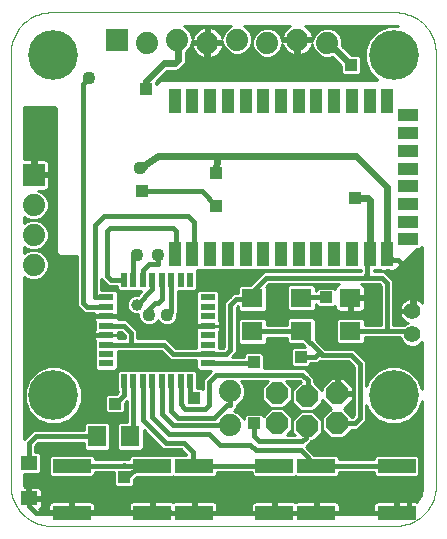
<source format=gtl>
G75*
G70*
%OFA0B0*%
%FSLAX24Y24*%
%IPPOS*%
%LPD*%
%AMOC8*
5,1,8,0,0,1.08239X$1,22.5*
%
%ADD10C,0.0010*%
%ADD11R,0.0394X0.0787*%
%ADD12R,0.0709X0.0394*%
%ADD13R,0.0630X0.0709*%
%ADD14R,0.0551X0.0472*%
%ADD15R,0.0500X0.0220*%
%ADD16R,0.0220X0.0500*%
%ADD17R,0.0740X0.0740*%
%ADD18C,0.0740*%
%ADD19R,0.0709X0.0630*%
%ADD20R,0.1260X0.0472*%
%ADD21C,0.0560*%
%ADD22OC8,0.0740*%
%ADD23C,0.0160*%
%ADD24C,0.0240*%
%ADD25R,0.0396X0.0396*%
%ADD26C,0.0436*%
%ADD27C,0.0100*%
%ADD28C,0.0396*%
%ADD29C,0.1660*%
D10*
X002398Y002257D02*
X002398Y016647D01*
X002398Y016637D02*
X002397Y016710D01*
X002400Y016782D01*
X002406Y016854D01*
X002416Y016926D01*
X002430Y016997D01*
X002448Y017067D01*
X002470Y017136D01*
X002495Y017204D01*
X002524Y017270D01*
X002556Y017335D01*
X002592Y017398D01*
X002632Y017459D01*
X002674Y017517D01*
X002719Y017574D01*
X002768Y017628D01*
X002819Y017679D01*
X002873Y017727D01*
X002930Y017772D01*
X002988Y017815D01*
X003049Y017854D01*
X003112Y017889D01*
X003177Y017922D01*
X003244Y017950D01*
X003312Y017975D01*
X003381Y017997D01*
X003451Y018015D01*
X003522Y018028D01*
X003594Y018038D01*
X003666Y018045D01*
X003738Y018047D01*
X015158Y018047D01*
X015152Y018046D02*
X015225Y018047D01*
X015297Y018044D01*
X015369Y018038D01*
X015441Y018028D01*
X015512Y018014D01*
X015582Y017996D01*
X015651Y017974D01*
X015719Y017949D01*
X015785Y017920D01*
X015850Y017888D01*
X015913Y017852D01*
X015974Y017812D01*
X016032Y017770D01*
X016089Y017725D01*
X016143Y017676D01*
X016194Y017625D01*
X016242Y017571D01*
X016287Y017514D01*
X016330Y017456D01*
X016369Y017395D01*
X016404Y017332D01*
X016437Y017267D01*
X016465Y017200D01*
X016490Y017132D01*
X016512Y017063D01*
X016530Y016993D01*
X016543Y016922D01*
X016553Y016850D01*
X016560Y016778D01*
X016562Y016706D01*
X016568Y016697D02*
X016568Y002337D01*
X016569Y002264D01*
X016566Y002192D01*
X016560Y002120D01*
X016550Y002048D01*
X016536Y001977D01*
X016518Y001907D01*
X016496Y001838D01*
X016471Y001770D01*
X016442Y001704D01*
X016410Y001639D01*
X016374Y001576D01*
X016334Y001515D01*
X016292Y001457D01*
X016247Y001400D01*
X016198Y001346D01*
X016147Y001295D01*
X016093Y001247D01*
X016036Y001202D01*
X015978Y001159D01*
X015917Y001120D01*
X015854Y001085D01*
X015789Y001052D01*
X015722Y001024D01*
X015654Y000999D01*
X015585Y000977D01*
X015515Y000959D01*
X015444Y000946D01*
X015372Y000936D01*
X015300Y000929D01*
X015228Y000927D01*
X003808Y000927D01*
X003808Y000928D02*
X003735Y000926D01*
X003663Y000928D01*
X003592Y000934D01*
X003520Y000944D01*
X003449Y000958D01*
X003379Y000976D01*
X003310Y000997D01*
X003243Y001022D01*
X003176Y001050D01*
X003112Y001083D01*
X003049Y001118D01*
X002988Y001157D01*
X002930Y001199D01*
X002873Y001244D01*
X002819Y001292D01*
X002768Y001343D01*
X002720Y001397D01*
X002675Y001453D01*
X002632Y001511D01*
X002593Y001572D01*
X002557Y001634D01*
X002525Y001699D01*
X002496Y001765D01*
X002471Y001832D01*
X002449Y001901D01*
X002431Y001971D01*
X002417Y002042D01*
X002407Y002113D01*
X002401Y002185D01*
X002398Y002257D01*
D11*
X007859Y009985D03*
X008449Y009985D03*
X009040Y009985D03*
X009630Y009985D03*
X010221Y009985D03*
X010811Y009985D03*
X011402Y009985D03*
X011992Y009985D03*
X012583Y009985D03*
X013174Y009985D03*
X013764Y009985D03*
X014355Y009985D03*
X014945Y009985D03*
X014945Y015103D03*
X014355Y015103D03*
X013764Y015103D03*
X013174Y015103D03*
X012583Y015103D03*
X011992Y015103D03*
X011402Y015103D03*
X010811Y015103D03*
X010221Y015103D03*
X009630Y015103D03*
X009040Y015103D03*
X008449Y015103D03*
X007859Y015103D03*
D12*
X015634Y014611D03*
X015634Y014021D03*
X015634Y013430D03*
X015634Y012839D03*
X015634Y012249D03*
X015634Y011658D03*
X015634Y011068D03*
X015634Y010477D03*
D13*
X006376Y003919D03*
X005274Y003919D03*
D14*
X002995Y003029D03*
X002995Y001848D03*
D15*
X005582Y006343D03*
X005582Y006658D03*
X005582Y006973D03*
X005582Y007288D03*
X005582Y007603D03*
X005582Y007918D03*
X005582Y008233D03*
X005582Y008548D03*
X008962Y008548D03*
X008962Y008233D03*
X008962Y007918D03*
X008962Y007603D03*
X008962Y007288D03*
X008962Y006973D03*
X008962Y006658D03*
X008962Y006343D03*
D16*
X008374Y005756D03*
X008059Y005756D03*
X007744Y005756D03*
X007429Y005756D03*
X007115Y005756D03*
X006800Y005756D03*
X006485Y005756D03*
X006170Y005756D03*
X006170Y009136D03*
X006485Y009136D03*
X006800Y009136D03*
X007115Y009136D03*
X007429Y009136D03*
X007744Y009136D03*
X008059Y009136D03*
X008374Y009136D03*
D17*
X003158Y012627D03*
X005952Y017137D03*
D18*
X006952Y017037D03*
X007952Y017137D03*
X008952Y017037D03*
X009952Y017137D03*
X010952Y017037D03*
X011952Y017137D03*
X012952Y017037D03*
X003158Y011627D03*
X003158Y010627D03*
X003158Y009627D03*
X009718Y005417D03*
X009718Y004277D03*
D19*
X010453Y007414D03*
X010453Y008516D03*
X012078Y008538D03*
X012078Y007436D03*
X013707Y007430D03*
X013707Y008532D03*
D20*
X012578Y002933D03*
X011181Y002932D03*
X011181Y001357D03*
X012578Y001358D03*
X015255Y001358D03*
X015255Y002933D03*
X008504Y002932D03*
X007107Y002934D03*
X007107Y001360D03*
X008504Y001357D03*
X004429Y001360D03*
X004429Y002934D03*
D21*
X015778Y007313D03*
X015778Y008101D03*
D22*
X013278Y005347D03*
X013278Y004347D03*
X012278Y004247D03*
X011278Y004347D03*
X011278Y005347D03*
X012278Y005247D03*
D23*
X012298Y005267D01*
X012298Y005787D01*
X012118Y005967D01*
X009238Y005967D01*
X008998Y005727D01*
X008998Y004947D01*
X008878Y004827D01*
X008218Y004827D01*
X008059Y004986D01*
X008059Y005756D01*
X007744Y005756D02*
X007744Y004761D01*
X007978Y004527D01*
X009178Y004527D01*
X009418Y004767D01*
X009598Y004947D01*
X009718Y004947D01*
X009718Y005417D01*
X010394Y006343D02*
X008962Y006343D01*
X008962Y006658D02*
X009569Y006658D01*
X009718Y006807D01*
X009718Y008307D01*
X009898Y008487D01*
X010423Y008487D01*
X010453Y008516D01*
X010453Y008742D01*
X010918Y009207D01*
X014158Y009207D01*
X014758Y009207D01*
X014938Y009027D01*
X014938Y007490D01*
X014878Y007430D01*
X015661Y007430D01*
X015778Y007313D01*
X015833Y008045D02*
X015778Y008101D01*
X015827Y008150D01*
X015827Y009278D01*
X015298Y009807D01*
X015123Y009807D01*
X014945Y009985D01*
X014355Y009985D02*
X014278Y009908D01*
X014278Y009327D01*
X014158Y009207D01*
X014443Y008532D02*
X014518Y008547D01*
X014443Y008532D02*
X013707Y008532D01*
X012898Y008547D02*
X012087Y008547D01*
X012078Y008538D01*
X012078Y007436D02*
X012078Y007327D01*
X012688Y006717D01*
X012538Y006567D01*
X012058Y006567D01*
X012688Y006717D02*
X012778Y006627D01*
X013738Y006627D01*
X014038Y006327D01*
X014038Y004527D01*
X013858Y004347D01*
X013278Y004347D01*
X012278Y004247D02*
X012238Y004207D01*
X012238Y003867D01*
X012118Y003747D01*
X010678Y003747D01*
X010498Y003927D01*
X010498Y004347D01*
X010378Y003627D02*
X010558Y003447D01*
X012063Y003447D01*
X012578Y002933D01*
X015255Y002933D01*
X015658Y001947D02*
X015669Y001936D01*
X015669Y001368D01*
X015255Y001358D01*
X012578Y001358D01*
X011322Y001368D01*
X011181Y001357D01*
X008504Y001357D01*
X007289Y001367D01*
X007107Y001360D01*
X005338Y001360D01*
X005338Y002127D01*
X005338Y001360D02*
X004429Y001360D01*
X003724Y001370D01*
X003701Y001347D01*
X003238Y001347D01*
X002995Y001590D01*
X002995Y001848D01*
X002995Y003029D02*
X002998Y003032D01*
X002998Y003687D01*
X003230Y003919D01*
X005274Y003919D01*
X005878Y005007D02*
X006170Y005299D01*
X006170Y005756D01*
X006485Y005756D02*
X006485Y004027D01*
X006376Y003919D01*
X006800Y004445D02*
X007558Y003687D01*
X008158Y003687D01*
X008458Y003387D01*
X008458Y002978D01*
X008504Y002932D01*
X011181Y002932D01*
X010378Y003627D02*
X009358Y003627D01*
X008998Y003987D01*
X007678Y003987D01*
X007618Y004047D01*
X007115Y004550D01*
X007115Y005756D01*
X006800Y005756D02*
X006800Y004445D01*
X007438Y004647D02*
X007438Y005747D01*
X007429Y005756D01*
X008374Y005756D02*
X008374Y005331D01*
X008518Y005187D01*
X007808Y004277D02*
X007438Y004647D01*
X007808Y004277D02*
X009718Y004277D01*
X010394Y006343D02*
X010498Y006387D01*
X010498Y007347D02*
X010558Y007407D01*
X010498Y007467D01*
X010498Y007407D01*
X010498Y007347D01*
X010498Y007407D02*
X010498Y007467D01*
X010498Y007407D01*
X010453Y007414D02*
X012056Y007414D01*
X012078Y007436D01*
X013707Y007430D02*
X014878Y007430D01*
X009238Y011607D02*
X008758Y012087D01*
X006778Y012087D01*
X006698Y012847D02*
X007298Y013267D01*
X008298Y011267D02*
X005498Y011267D01*
X005198Y010967D01*
X005198Y008567D01*
X005217Y008548D01*
X005582Y008548D01*
X005582Y008233D02*
X004932Y008233D01*
X004798Y008367D01*
X004798Y015667D01*
X004998Y015867D01*
X008298Y011267D02*
X008498Y011067D01*
X008498Y010034D01*
X007898Y010024D02*
X007898Y010767D01*
X007798Y010867D01*
X005698Y010867D01*
X005598Y010767D01*
X005598Y009267D01*
X005729Y009136D01*
X006170Y009136D01*
X006485Y009136D02*
X006485Y009854D01*
X006598Y009967D01*
X006998Y009667D02*
X007298Y009667D01*
X007298Y009967D01*
X006998Y009667D02*
X006800Y009469D01*
X006800Y009136D01*
X007115Y009136D02*
X007115Y008824D01*
X006598Y008307D01*
X006998Y008167D02*
X006998Y007967D01*
X006998Y008167D02*
X007198Y008367D01*
X007298Y008367D01*
X007398Y008467D01*
X007429Y008498D01*
X007429Y009136D01*
X007744Y009136D02*
X007744Y008113D01*
X007598Y007967D01*
X007498Y007567D02*
X007598Y007467D01*
X008098Y007467D01*
X008234Y007603D01*
X008962Y007603D01*
X008962Y006658D02*
X007807Y006658D01*
X007698Y006767D01*
X007492Y006973D01*
X006398Y006973D01*
X006398Y007367D01*
X006162Y007603D01*
X005582Y007603D01*
X005582Y007288D02*
X005581Y007287D01*
X004438Y007287D01*
X004378Y007287D01*
X003478Y007287D01*
X003358Y007167D01*
X004378Y007287D02*
X004378Y007827D01*
X004469Y007918D01*
X005582Y007918D01*
X006347Y007918D01*
X006698Y007567D01*
X007498Y007567D01*
X006398Y006973D02*
X005582Y006973D01*
X006170Y002943D02*
X006178Y002934D01*
X006658Y002934D01*
X006271Y002547D01*
X006178Y002547D01*
X006178Y002934D02*
X004429Y002934D01*
X006658Y002934D02*
X007107Y002934D01*
X008418Y001397D02*
X008614Y001397D01*
X008504Y001357D01*
X008448Y001367D01*
X008418Y001397D01*
D24*
X007598Y007967D02*
X007698Y008067D01*
X007859Y009985D02*
X007898Y010024D01*
X008449Y009985D02*
X008498Y010034D01*
X009238Y012687D02*
X009258Y013267D01*
X007298Y013267D01*
X006698Y012847D01*
X006838Y012907D01*
X007298Y013267D02*
X009258Y013267D01*
X013898Y013267D01*
X014945Y012220D01*
X014945Y009985D01*
X014355Y009985D02*
X014355Y011770D01*
X014355Y011787D01*
X014295Y011847D01*
X013858Y011847D01*
X014355Y011787D02*
X014355Y011770D01*
X013738Y016287D02*
X013228Y016797D01*
X012952Y017037D01*
X011952Y017137D02*
X011938Y016883D01*
X011938Y016347D01*
X011818Y016227D01*
X009058Y016227D01*
X008998Y016167D01*
X008998Y015987D01*
X008998Y016227D01*
X009058Y016227D01*
X008998Y016227D02*
X008952Y016273D01*
X008952Y017037D01*
X007978Y016871D02*
X007978Y016467D01*
X007858Y016347D01*
X007498Y016347D01*
X006898Y015747D01*
X006898Y015507D01*
X007978Y016871D02*
X007952Y017137D01*
X003418Y014367D02*
X003178Y014127D01*
X003158Y014087D01*
X003158Y012627D01*
D25*
X003418Y014367D03*
X006898Y015507D03*
X008998Y015987D03*
X009238Y012687D03*
X009238Y011607D03*
X006778Y012087D03*
X003358Y007167D03*
X005878Y005007D03*
X006178Y002547D03*
X005338Y002127D03*
X008518Y005187D03*
X010498Y004347D03*
X010498Y006387D03*
X012058Y006567D03*
X012898Y008547D03*
X014518Y008547D03*
X013858Y011847D03*
X013738Y016287D03*
X015658Y001947D03*
D26*
X007598Y007967D03*
X006998Y007967D03*
X007298Y009967D03*
X006598Y009967D03*
X006698Y012847D03*
X004998Y015867D03*
D27*
X003898Y014847D02*
X003898Y010047D01*
X004018Y009927D01*
X004588Y009927D01*
X004588Y008280D01*
X004711Y008157D01*
X004845Y008023D01*
X005182Y008023D01*
X005182Y007923D01*
X005577Y007923D01*
X005577Y007913D01*
X005182Y007913D01*
X005182Y007788D01*
X005192Y007750D01*
X005202Y007733D01*
X005202Y007473D01*
X005192Y007456D01*
X005182Y007418D01*
X005182Y007293D01*
X005577Y007293D01*
X005577Y007283D01*
X005182Y007283D01*
X005182Y007158D01*
X005192Y007120D01*
X005202Y007103D01*
X005202Y006180D01*
X005278Y006103D01*
X005886Y006103D01*
X005962Y006180D01*
X005962Y006763D01*
X007405Y006763D01*
X007611Y006557D01*
X007720Y006448D01*
X008582Y006448D01*
X008582Y006180D01*
X008658Y006103D01*
X009077Y006103D01*
X009028Y006054D01*
X008788Y005814D01*
X008788Y005497D01*
X008770Y005515D01*
X008614Y005515D01*
X008614Y006060D01*
X008538Y006136D01*
X006006Y006136D01*
X005930Y006060D01*
X005930Y005452D01*
X005960Y005422D01*
X005960Y005386D01*
X005909Y005335D01*
X005626Y005335D01*
X005550Y005259D01*
X005550Y004755D01*
X005626Y004679D01*
X006130Y004679D01*
X006206Y004755D01*
X006206Y005038D01*
X006275Y005107D01*
X006275Y004403D01*
X006008Y004403D01*
X005931Y004327D01*
X005931Y003510D01*
X006008Y003434D01*
X006745Y003434D01*
X006821Y003510D01*
X006821Y004127D01*
X007348Y003600D01*
X007471Y003477D01*
X008071Y003477D01*
X008248Y003300D01*
X008248Y003298D01*
X007820Y003298D01*
X007806Y003285D01*
X007790Y003301D01*
X006423Y003301D01*
X006347Y003224D01*
X006347Y003144D01*
X006265Y003144D01*
X006257Y003153D01*
X006083Y003153D01*
X006074Y003144D01*
X005189Y003144D01*
X005189Y003224D01*
X005113Y003301D01*
X003746Y003301D01*
X003669Y003224D01*
X003669Y002644D01*
X003746Y002568D01*
X005113Y002568D01*
X005189Y002644D01*
X005189Y002724D01*
X005850Y002724D01*
X005850Y002295D01*
X005926Y002219D01*
X006430Y002219D01*
X006506Y002295D01*
X006506Y002486D01*
X006589Y002568D01*
X007790Y002568D01*
X007804Y002582D01*
X007820Y002566D01*
X009188Y002566D01*
X009264Y002642D01*
X009264Y002722D01*
X010421Y002722D01*
X010421Y002642D01*
X010497Y002566D01*
X011865Y002566D01*
X011880Y002581D01*
X011894Y002566D01*
X013262Y002566D01*
X013338Y002643D01*
X013338Y002723D01*
X014495Y002723D01*
X014495Y002643D01*
X014571Y002566D01*
X015939Y002566D01*
X016015Y002643D01*
X016015Y003223D01*
X015939Y003299D01*
X014571Y003299D01*
X014495Y003223D01*
X014495Y003143D01*
X013338Y003143D01*
X013338Y003223D01*
X013262Y003299D01*
X012509Y003299D01*
X012238Y003570D01*
X012325Y003657D01*
X012415Y003747D01*
X012485Y003747D01*
X012778Y004040D01*
X012778Y004454D01*
X012485Y004747D01*
X012778Y005040D01*
X012778Y005112D01*
X013057Y004833D01*
X012778Y004554D01*
X012778Y004140D01*
X013071Y003847D01*
X013485Y003847D01*
X013775Y004137D01*
X013945Y004137D01*
X014248Y004440D01*
X014248Y004963D01*
X014340Y004741D01*
X014610Y004471D01*
X014963Y004324D01*
X015345Y004324D01*
X015698Y004471D01*
X015968Y004741D01*
X016113Y005091D01*
X016113Y002417D01*
X016109Y002407D01*
X016113Y002327D01*
X016113Y002294D01*
X016111Y002196D01*
X016058Y001963D01*
X015945Y001752D01*
X015931Y001737D01*
X015905Y001744D01*
X015305Y001744D01*
X015305Y001408D01*
X015205Y001408D01*
X015205Y001744D01*
X014605Y001744D01*
X014567Y001734D01*
X014533Y001714D01*
X014505Y001686D01*
X014485Y001652D01*
X014475Y001614D01*
X014475Y001408D01*
X015205Y001408D01*
X015205Y001382D01*
X012628Y001382D01*
X012628Y001408D01*
X013358Y001408D01*
X013358Y001614D01*
X013347Y001652D01*
X013328Y001686D01*
X013300Y001714D01*
X013266Y001734D01*
X013227Y001744D01*
X012628Y001744D01*
X012628Y001408D01*
X012528Y001408D01*
X012528Y001744D01*
X011928Y001744D01*
X011890Y001734D01*
X011879Y001727D01*
X011869Y001733D01*
X011831Y001743D01*
X011231Y001743D01*
X011231Y001407D01*
X011131Y001407D01*
X011131Y001382D01*
X008554Y001382D01*
X008554Y001407D01*
X009284Y001407D01*
X009284Y001613D01*
X009274Y001651D01*
X009254Y001686D01*
X009226Y001713D01*
X009192Y001733D01*
X009154Y001743D01*
X008554Y001743D01*
X008554Y001407D01*
X008454Y001407D01*
X008454Y001382D01*
X007157Y001382D01*
X007157Y001410D01*
X007057Y001410D01*
X007057Y001746D01*
X006457Y001746D01*
X006419Y001736D01*
X006385Y001716D01*
X006357Y001688D01*
X006337Y001654D01*
X006327Y001616D01*
X006327Y001410D01*
X007057Y001410D01*
X007057Y001382D01*
X004479Y001382D01*
X004479Y001410D01*
X004379Y001410D01*
X004379Y001746D01*
X003780Y001746D01*
X003742Y001736D01*
X003707Y001716D01*
X003679Y001688D01*
X003660Y001654D01*
X003649Y001616D01*
X003649Y001410D01*
X004379Y001410D01*
X004379Y001382D01*
X003887Y001382D01*
X003876Y001386D01*
X003797Y001382D01*
X003753Y001382D01*
X003666Y001384D01*
X003434Y001435D01*
X003346Y001482D01*
X003363Y001492D01*
X003391Y001520D01*
X003410Y001554D01*
X003421Y001592D01*
X003421Y001798D01*
X003045Y001798D01*
X003045Y001898D01*
X003421Y001898D01*
X003421Y002104D01*
X003410Y002142D01*
X003391Y002177D01*
X003363Y002204D01*
X003328Y002224D01*
X003290Y002234D01*
X003045Y002234D01*
X003045Y001898D01*
X002945Y001898D01*
X002945Y002234D01*
X002855Y002234D01*
X002853Y002261D01*
X002853Y002663D01*
X003324Y002663D01*
X003401Y002739D01*
X003401Y003319D01*
X003324Y003396D01*
X003208Y003396D01*
X003208Y003600D01*
X003317Y003709D01*
X004829Y003709D01*
X004829Y003510D01*
X004905Y003434D01*
X005643Y003434D01*
X005719Y003510D01*
X005719Y004327D01*
X005643Y004403D01*
X004905Y004403D01*
X004829Y004327D01*
X004829Y004129D01*
X003143Y004129D01*
X002911Y003897D01*
X002853Y003839D01*
X002853Y009225D01*
X002875Y009203D01*
X003059Y009127D01*
X003257Y009127D01*
X003441Y009203D01*
X003582Y009344D01*
X003658Y009528D01*
X003658Y009726D01*
X003582Y009910D01*
X003441Y010051D01*
X003257Y010127D01*
X003441Y010203D01*
X003582Y010344D01*
X003658Y010528D01*
X003658Y010726D01*
X003582Y010910D01*
X003441Y011051D01*
X003257Y011127D01*
X003441Y011203D01*
X003582Y011344D01*
X003658Y011528D01*
X003658Y011726D01*
X003582Y011910D01*
X003441Y012051D01*
X003306Y012107D01*
X003548Y012107D01*
X003586Y012117D01*
X003620Y012137D01*
X003648Y012165D01*
X003668Y012199D01*
X003678Y012237D01*
X003678Y012577D01*
X003208Y012577D01*
X003208Y012677D01*
X003108Y012677D01*
X003108Y013147D01*
X002853Y013147D01*
X002853Y014907D01*
X003838Y014907D01*
X003898Y014847D01*
X003898Y014833D02*
X002853Y014833D01*
X002853Y014734D02*
X003898Y014734D01*
X003898Y014636D02*
X002853Y014636D01*
X002853Y014537D02*
X003898Y014537D01*
X003898Y014439D02*
X002853Y014439D01*
X002853Y014340D02*
X003898Y014340D01*
X003898Y014242D02*
X002853Y014242D01*
X002853Y014143D02*
X003898Y014143D01*
X003898Y014045D02*
X002853Y014045D01*
X002853Y013946D02*
X003898Y013946D01*
X003898Y013848D02*
X002853Y013848D01*
X002853Y013749D02*
X003898Y013749D01*
X003898Y013651D02*
X002853Y013651D01*
X002853Y013552D02*
X003898Y013552D01*
X003898Y013454D02*
X002853Y013454D01*
X002853Y013355D02*
X003898Y013355D01*
X003898Y013257D02*
X002853Y013257D01*
X002853Y013158D02*
X003898Y013158D01*
X003898Y013060D02*
X003665Y013060D01*
X003668Y013055D02*
X003648Y013089D01*
X003620Y013117D01*
X003586Y013137D01*
X003548Y013147D01*
X003208Y013147D01*
X003208Y012677D01*
X003678Y012677D01*
X003678Y013017D01*
X003668Y013055D01*
X003678Y012961D02*
X003898Y012961D01*
X003898Y012863D02*
X003678Y012863D01*
X003678Y012764D02*
X003898Y012764D01*
X003898Y012666D02*
X003208Y012666D01*
X003208Y012764D02*
X003108Y012764D01*
X003108Y012863D02*
X003208Y012863D01*
X003208Y012961D02*
X003108Y012961D01*
X003108Y013060D02*
X003208Y013060D01*
X003678Y012567D02*
X003898Y012567D01*
X003898Y012469D02*
X003678Y012469D01*
X003678Y012370D02*
X003898Y012370D01*
X003898Y012272D02*
X003678Y012272D01*
X003653Y012173D02*
X003898Y012173D01*
X003898Y012075D02*
X003383Y012075D01*
X003516Y011976D02*
X003898Y011976D01*
X003898Y011878D02*
X003595Y011878D01*
X003636Y011779D02*
X003898Y011779D01*
X003898Y011681D02*
X003658Y011681D01*
X003658Y011582D02*
X003898Y011582D01*
X003898Y011484D02*
X003640Y011484D01*
X003599Y011385D02*
X003898Y011385D01*
X003898Y011287D02*
X003525Y011287D01*
X003406Y011188D02*
X003898Y011188D01*
X003898Y011090D02*
X003347Y011090D01*
X003257Y011127D02*
X003059Y011127D01*
X002875Y011203D01*
X002853Y011225D01*
X002853Y011029D01*
X002875Y011051D01*
X003059Y011127D01*
X003257Y011127D01*
X002969Y011090D02*
X002853Y011090D01*
X002853Y011188D02*
X002910Y011188D01*
X003501Y010991D02*
X003898Y010991D01*
X003898Y010893D02*
X003589Y010893D01*
X003630Y010794D02*
X003898Y010794D01*
X003898Y010696D02*
X003658Y010696D01*
X003658Y010597D02*
X003898Y010597D01*
X003898Y010499D02*
X003646Y010499D01*
X003605Y010400D02*
X003898Y010400D01*
X003898Y010302D02*
X003540Y010302D01*
X003442Y010203D02*
X003898Y010203D01*
X003898Y010105D02*
X003311Y010105D01*
X003257Y010127D02*
X003059Y010127D01*
X003257Y010127D01*
X003059Y010127D02*
X002875Y010203D01*
X002853Y010225D01*
X002853Y010029D01*
X002875Y010051D01*
X003059Y010127D01*
X003005Y010105D02*
X002853Y010105D01*
X002853Y010203D02*
X002874Y010203D01*
X003486Y010006D02*
X003938Y010006D01*
X003583Y009908D02*
X004588Y009908D01*
X004588Y009809D02*
X003624Y009809D01*
X003658Y009711D02*
X004588Y009711D01*
X004588Y009612D02*
X003658Y009612D01*
X003652Y009514D02*
X004588Y009514D01*
X004588Y009415D02*
X003612Y009415D01*
X003555Y009317D02*
X004588Y009317D01*
X004588Y009218D02*
X003457Y009218D01*
X002859Y009218D02*
X002853Y009218D01*
X002853Y009120D02*
X004588Y009120D01*
X004588Y009021D02*
X002853Y009021D01*
X002853Y008923D02*
X004588Y008923D01*
X004588Y008824D02*
X002853Y008824D01*
X002853Y008726D02*
X004588Y008726D01*
X004588Y008627D02*
X002853Y008627D01*
X002853Y008529D02*
X004588Y008529D01*
X004588Y008430D02*
X002853Y008430D01*
X002853Y008332D02*
X004588Y008332D01*
X004635Y008233D02*
X002853Y008233D01*
X002853Y008135D02*
X004733Y008135D01*
X004832Y008036D02*
X002853Y008036D01*
X002853Y007938D02*
X005182Y007938D01*
X005182Y007839D02*
X002853Y007839D01*
X002853Y007741D02*
X005198Y007741D01*
X005202Y007642D02*
X002853Y007642D01*
X002853Y007544D02*
X005202Y007544D01*
X005189Y007445D02*
X002853Y007445D01*
X002853Y007347D02*
X005182Y007347D01*
X005182Y007248D02*
X002853Y007248D01*
X002853Y007150D02*
X005184Y007150D01*
X005202Y007051D02*
X002853Y007051D01*
X002853Y006953D02*
X005202Y006953D01*
X005202Y006854D02*
X002853Y006854D01*
X002853Y006756D02*
X005202Y006756D01*
X005202Y006657D02*
X002853Y006657D01*
X002853Y006559D02*
X005202Y006559D01*
X005202Y006460D02*
X002853Y006460D01*
X002853Y006362D02*
X005202Y006362D01*
X005202Y006263D02*
X002853Y006263D01*
X002853Y006165D02*
X003433Y006165D01*
X003272Y006098D02*
X003002Y005828D01*
X002855Y005475D01*
X002855Y005093D01*
X003002Y004741D01*
X003272Y004471D01*
X003624Y004324D01*
X004006Y004324D01*
X004359Y004471D01*
X004629Y004741D01*
X004775Y005093D01*
X004775Y005475D01*
X004629Y005828D01*
X004359Y006098D01*
X004006Y006244D01*
X003624Y006244D01*
X003272Y006098D01*
X003240Y006066D02*
X002853Y006066D01*
X002853Y005968D02*
X003141Y005968D01*
X003043Y005869D02*
X002853Y005869D01*
X002853Y005771D02*
X002978Y005771D01*
X002937Y005672D02*
X002853Y005672D01*
X002853Y005574D02*
X002896Y005574D01*
X002853Y005475D02*
X002855Y005475D01*
X002853Y005377D02*
X002855Y005377D01*
X002853Y005278D02*
X002855Y005278D01*
X002853Y005180D02*
X002855Y005180D01*
X002853Y005081D02*
X002860Y005081D01*
X002853Y004983D02*
X002901Y004983D01*
X002942Y004884D02*
X002853Y004884D01*
X002853Y004786D02*
X002983Y004786D01*
X003055Y004687D02*
X002853Y004687D01*
X002853Y004589D02*
X003153Y004589D01*
X003252Y004490D02*
X002853Y004490D01*
X002853Y004392D02*
X003461Y004392D01*
X003111Y004096D02*
X002853Y004096D01*
X002853Y003998D02*
X003012Y003998D01*
X002914Y003899D02*
X002853Y003899D01*
X003212Y003604D02*
X004829Y003604D01*
X004829Y003702D02*
X003310Y003702D01*
X003208Y003505D02*
X004834Y003505D01*
X005189Y003210D02*
X006347Y003210D01*
X005936Y003505D02*
X005714Y003505D01*
X005719Y003604D02*
X005931Y003604D01*
X005931Y003702D02*
X005719Y003702D01*
X005719Y003801D02*
X005931Y003801D01*
X005931Y003899D02*
X005719Y003899D01*
X005719Y003998D02*
X005931Y003998D01*
X005931Y004096D02*
X005719Y004096D01*
X005719Y004195D02*
X005931Y004195D01*
X005931Y004293D02*
X005719Y004293D01*
X005654Y004392D02*
X005997Y004392D01*
X006275Y004490D02*
X004379Y004490D01*
X004478Y004589D02*
X006275Y004589D01*
X006275Y004687D02*
X006139Y004687D01*
X006206Y004786D02*
X006275Y004786D01*
X006275Y004884D02*
X006206Y004884D01*
X006206Y004983D02*
X006275Y004983D01*
X006275Y005081D02*
X006249Y005081D01*
X005951Y005377D02*
X004775Y005377D01*
X004775Y005475D02*
X005930Y005475D01*
X005930Y005574D02*
X004734Y005574D01*
X004694Y005672D02*
X005930Y005672D01*
X005930Y005771D02*
X004653Y005771D01*
X004588Y005869D02*
X005930Y005869D01*
X005930Y005968D02*
X004489Y005968D01*
X004391Y006066D02*
X005937Y006066D01*
X005947Y006165D02*
X008597Y006165D01*
X008607Y006066D02*
X009041Y006066D01*
X008942Y005968D02*
X008614Y005968D01*
X008614Y005869D02*
X008844Y005869D01*
X008788Y005771D02*
X008614Y005771D01*
X008614Y005672D02*
X008788Y005672D01*
X008788Y005574D02*
X008614Y005574D01*
X008582Y006263D02*
X005962Y006263D01*
X005962Y006362D02*
X008582Y006362D01*
X008582Y006868D02*
X007894Y006868D01*
X007579Y007183D01*
X006608Y007183D01*
X006608Y007454D01*
X006485Y007577D01*
X006249Y007813D01*
X005982Y007813D01*
X005982Y007913D01*
X005587Y007913D01*
X005587Y007923D01*
X005982Y007923D01*
X005982Y008048D01*
X005972Y008086D01*
X005962Y008103D01*
X005962Y008712D01*
X005886Y008788D01*
X005408Y008788D01*
X005408Y009160D01*
X005511Y009057D01*
X005642Y008926D01*
X005930Y008926D01*
X005930Y008832D01*
X006006Y008756D01*
X006750Y008756D01*
X006629Y008635D01*
X006533Y008635D01*
X006412Y008585D01*
X006320Y008493D01*
X006270Y008372D01*
X006270Y008242D01*
X006320Y008121D01*
X006412Y008029D01*
X006533Y007979D01*
X006650Y007979D01*
X006650Y007898D01*
X006703Y007770D01*
X006801Y007672D01*
X006929Y007619D01*
X007067Y007619D01*
X007195Y007672D01*
X007293Y007770D01*
X007298Y007782D01*
X007303Y007770D01*
X007401Y007672D01*
X007529Y007619D01*
X007667Y007619D01*
X007795Y007672D01*
X007893Y007770D01*
X007946Y007898D01*
X007946Y008012D01*
X007948Y008017D01*
X007948Y008020D01*
X007954Y008026D01*
X007954Y008756D01*
X008223Y008756D01*
X008538Y008756D01*
X008614Y008832D01*
X008614Y009440D01*
X008607Y009447D01*
X014068Y009447D01*
X014068Y009417D01*
X010831Y009417D01*
X010708Y009294D01*
X010375Y008961D01*
X010045Y008961D01*
X009968Y008885D01*
X009968Y008697D01*
X009811Y008697D01*
X009688Y008574D01*
X009688Y008574D01*
X009508Y008394D01*
X009508Y006894D01*
X009482Y006868D01*
X009342Y006868D01*
X009342Y007418D01*
X009352Y007435D01*
X009362Y007473D01*
X009362Y007598D01*
X008967Y007598D01*
X008967Y007608D01*
X009362Y007608D01*
X009362Y007733D01*
X009352Y007771D01*
X009342Y007788D01*
X009342Y008712D01*
X009266Y008788D01*
X008658Y008788D01*
X008582Y008712D01*
X008582Y007788D01*
X008572Y007771D01*
X008562Y007733D01*
X008562Y007608D01*
X008957Y007608D01*
X008957Y007598D01*
X008562Y007598D01*
X008562Y007473D01*
X008572Y007435D01*
X008582Y007418D01*
X008582Y006868D01*
X008582Y006953D02*
X007809Y006953D01*
X007710Y007051D02*
X008582Y007051D01*
X008582Y007150D02*
X007612Y007150D01*
X007412Y006756D02*
X005962Y006756D01*
X005962Y006657D02*
X007511Y006657D01*
X007609Y006559D02*
X005962Y006559D01*
X005962Y006460D02*
X007708Y006460D01*
X008582Y007248D02*
X006608Y007248D01*
X006608Y007347D02*
X008582Y007347D01*
X008570Y007445D02*
X006608Y007445D01*
X006518Y007544D02*
X008562Y007544D01*
X008562Y007642D02*
X007723Y007642D01*
X007864Y007741D02*
X008564Y007741D01*
X008582Y007839D02*
X007922Y007839D01*
X007946Y007938D02*
X008582Y007938D01*
X008582Y008036D02*
X007954Y008036D01*
X007954Y008135D02*
X008582Y008135D01*
X008582Y008233D02*
X007954Y008233D01*
X007954Y008332D02*
X008582Y008332D01*
X008582Y008430D02*
X007954Y008430D01*
X007954Y008529D02*
X008582Y008529D01*
X008582Y008627D02*
X007954Y008627D01*
X007954Y008726D02*
X008596Y008726D01*
X008607Y008824D02*
X009968Y008824D01*
X009968Y008726D02*
X009328Y008726D01*
X009342Y008627D02*
X009742Y008627D01*
X009643Y008529D02*
X009342Y008529D01*
X009342Y008430D02*
X009545Y008430D01*
X009508Y008332D02*
X009342Y008332D01*
X009342Y008233D02*
X009508Y008233D01*
X009508Y008135D02*
X009342Y008135D01*
X009342Y008036D02*
X009508Y008036D01*
X009508Y007938D02*
X009342Y007938D01*
X009342Y007839D02*
X009508Y007839D01*
X009508Y007741D02*
X009360Y007741D01*
X009362Y007642D02*
X009508Y007642D01*
X009508Y007544D02*
X009362Y007544D01*
X009355Y007445D02*
X009508Y007445D01*
X009508Y007347D02*
X009342Y007347D01*
X009342Y007248D02*
X009508Y007248D01*
X009508Y007150D02*
X009342Y007150D01*
X009342Y007051D02*
X009508Y007051D01*
X009508Y006953D02*
X009342Y006953D01*
X009761Y006553D02*
X009928Y006720D01*
X009928Y008220D01*
X009968Y008260D01*
X009968Y008148D01*
X010045Y008071D01*
X010861Y008071D01*
X010937Y008148D01*
X010937Y008885D01*
X010915Y008907D01*
X011005Y008997D01*
X013331Y008997D01*
X013294Y008987D01*
X013260Y008967D01*
X013232Y008939D01*
X013213Y008905D01*
X013202Y008867D01*
X013202Y008823D01*
X013150Y008875D01*
X012646Y008875D01*
X012570Y008799D01*
X012570Y008757D01*
X012562Y008757D01*
X012562Y008907D01*
X012486Y008983D01*
X011670Y008983D01*
X011594Y008907D01*
X011594Y008169D01*
X011670Y008093D01*
X012486Y008093D01*
X012562Y008169D01*
X012562Y008337D01*
X012570Y008337D01*
X012570Y008295D01*
X012646Y008219D01*
X013150Y008219D01*
X013202Y008271D01*
X013202Y008198D01*
X013213Y008159D01*
X013232Y008125D01*
X013260Y008097D01*
X013294Y008078D01*
X013333Y008067D01*
X013657Y008067D01*
X013657Y008482D01*
X013757Y008482D01*
X013757Y008582D01*
X014211Y008582D01*
X014211Y008867D01*
X014201Y008905D01*
X014181Y008939D01*
X014153Y008967D01*
X014119Y008987D01*
X014082Y008997D01*
X014671Y008997D01*
X014728Y008940D01*
X014728Y007640D01*
X014191Y007640D01*
X014191Y007799D01*
X014115Y007875D01*
X013298Y007875D01*
X013222Y007799D01*
X013222Y007061D01*
X013298Y006985D01*
X014115Y006985D01*
X014191Y007061D01*
X014191Y007220D01*
X015373Y007220D01*
X015430Y007081D01*
X015546Y006966D01*
X015696Y006903D01*
X015860Y006903D01*
X016010Y006966D01*
X016113Y007068D01*
X016113Y005477D01*
X015968Y005828D01*
X015698Y006098D01*
X015345Y006244D01*
X014963Y006244D01*
X014610Y006098D01*
X014340Y005828D01*
X014248Y005606D01*
X014248Y006414D01*
X014125Y006537D01*
X013825Y006837D01*
X012865Y006837D01*
X012775Y006927D01*
X012562Y007140D01*
X012562Y007805D01*
X012486Y007881D01*
X011670Y007881D01*
X011594Y007805D01*
X011594Y007624D01*
X010937Y007624D01*
X010937Y007783D01*
X010861Y007859D01*
X010045Y007859D01*
X009968Y007783D01*
X009968Y007045D01*
X010045Y006969D01*
X010861Y006969D01*
X010937Y007045D01*
X010937Y007204D01*
X011594Y007204D01*
X011594Y007067D01*
X011670Y006991D01*
X012117Y006991D01*
X012213Y006895D01*
X011806Y006895D01*
X011730Y006819D01*
X011730Y006315D01*
X011806Y006239D01*
X012310Y006239D01*
X012386Y006315D01*
X012386Y006357D01*
X012625Y006357D01*
X012688Y006420D01*
X012691Y006417D01*
X013651Y006417D01*
X013828Y006240D01*
X013828Y004614D01*
X013773Y004559D01*
X013499Y004833D01*
X013798Y005132D01*
X013798Y005297D01*
X013328Y005297D01*
X013328Y005397D01*
X013228Y005397D01*
X013228Y005867D01*
X013063Y005867D01*
X012758Y005562D01*
X012758Y005474D01*
X012508Y005724D01*
X012508Y005874D01*
X012385Y005997D01*
X012205Y006177D01*
X010826Y006177D01*
X010826Y006639D01*
X010750Y006715D01*
X010246Y006715D01*
X010170Y006639D01*
X010170Y006553D01*
X009761Y006553D01*
X009767Y006559D02*
X010170Y006559D01*
X010188Y006657D02*
X009865Y006657D01*
X009928Y006756D02*
X011730Y006756D01*
X011730Y006657D02*
X010808Y006657D01*
X010826Y006559D02*
X011730Y006559D01*
X011730Y006460D02*
X010826Y006460D01*
X010826Y006362D02*
X011730Y006362D01*
X011781Y006263D02*
X010826Y006263D01*
X010981Y005757D02*
X010778Y005554D01*
X010778Y005140D01*
X011071Y004847D01*
X011485Y004847D01*
X011778Y005140D01*
X011778Y005554D01*
X011575Y005757D01*
X012031Y005757D01*
X012056Y005732D01*
X011778Y005454D01*
X011778Y005040D01*
X012071Y004747D01*
X012485Y004747D01*
X012071Y004747D01*
X011778Y004454D01*
X011778Y004040D01*
X011861Y003957D01*
X011595Y003957D01*
X011778Y004140D01*
X011778Y004554D01*
X011485Y004847D01*
X011071Y004847D01*
X010824Y004601D01*
X010750Y004675D01*
X010246Y004675D01*
X010170Y004599D01*
X010170Y004493D01*
X010142Y004560D01*
X010001Y004701D01*
X009837Y004769D01*
X009928Y004860D01*
X009928Y004963D01*
X010001Y004993D01*
X010142Y005134D01*
X010218Y005318D01*
X010218Y005516D01*
X010142Y005700D01*
X010085Y005757D01*
X010981Y005757D01*
X010896Y005672D02*
X010153Y005672D01*
X010194Y005574D02*
X010798Y005574D01*
X010778Y005475D02*
X010218Y005475D01*
X010218Y005377D02*
X010778Y005377D01*
X010778Y005278D02*
X010202Y005278D01*
X010161Y005180D02*
X010778Y005180D01*
X010836Y005081D02*
X010090Y005081D01*
X009977Y004983D02*
X010935Y004983D01*
X011033Y004884D02*
X009928Y004884D01*
X009854Y004786D02*
X011010Y004786D01*
X010911Y004687D02*
X010015Y004687D01*
X010113Y004589D02*
X010170Y004589D01*
X011523Y004884D02*
X011933Y004884D01*
X012032Y004786D02*
X011546Y004786D01*
X011645Y004687D02*
X012011Y004687D01*
X011913Y004589D02*
X011743Y004589D01*
X011778Y004490D02*
X011814Y004490D01*
X011778Y004392D02*
X011778Y004392D01*
X011778Y004293D02*
X011778Y004293D01*
X011778Y004195D02*
X011778Y004195D01*
X011778Y004096D02*
X011735Y004096D01*
X011820Y003998D02*
X011636Y003998D01*
X012272Y003604D02*
X016113Y003604D01*
X016113Y003702D02*
X012370Y003702D01*
X012539Y003801D02*
X016113Y003801D01*
X016113Y003899D02*
X013538Y003899D01*
X013636Y003998D02*
X016113Y003998D01*
X016113Y004096D02*
X013735Y004096D01*
X014003Y004195D02*
X016113Y004195D01*
X016113Y004293D02*
X014101Y004293D01*
X014200Y004392D02*
X014800Y004392D01*
X014590Y004490D02*
X014248Y004490D01*
X014248Y004589D02*
X014492Y004589D01*
X014393Y004687D02*
X014248Y004687D01*
X014248Y004786D02*
X014321Y004786D01*
X014281Y004884D02*
X014248Y004884D01*
X013828Y004884D02*
X013551Y004884D01*
X013546Y004786D02*
X013828Y004786D01*
X013828Y004687D02*
X013645Y004687D01*
X013743Y004589D02*
X013803Y004589D01*
X013828Y004983D02*
X013649Y004983D01*
X013748Y005081D02*
X013828Y005081D01*
X013828Y005180D02*
X013798Y005180D01*
X013798Y005278D02*
X013828Y005278D01*
X013828Y005377D02*
X013328Y005377D01*
X013328Y005397D02*
X013798Y005397D01*
X013798Y005562D01*
X013493Y005867D01*
X013328Y005867D01*
X013328Y005397D01*
X013328Y005475D02*
X013228Y005475D01*
X013228Y005574D02*
X013328Y005574D01*
X013328Y005672D02*
X013228Y005672D01*
X013228Y005771D02*
X013328Y005771D01*
X013589Y005771D02*
X013828Y005771D01*
X013828Y005869D02*
X012508Y005869D01*
X012508Y005771D02*
X012967Y005771D01*
X012868Y005672D02*
X012560Y005672D01*
X012658Y005574D02*
X012770Y005574D01*
X012757Y005475D02*
X012758Y005475D01*
X012778Y005081D02*
X012808Y005081D01*
X012721Y004983D02*
X012907Y004983D01*
X013005Y004884D02*
X012623Y004884D01*
X012524Y004786D02*
X013010Y004786D01*
X012911Y004687D02*
X012545Y004687D01*
X012643Y004589D02*
X012813Y004589D01*
X012778Y004490D02*
X012742Y004490D01*
X012778Y004392D02*
X012778Y004392D01*
X012778Y004293D02*
X012778Y004293D01*
X012778Y004195D02*
X012778Y004195D01*
X012778Y004096D02*
X012821Y004096D01*
X012736Y003998D02*
X012920Y003998D01*
X013018Y003899D02*
X012638Y003899D01*
X012302Y003505D02*
X016113Y003505D01*
X016113Y003407D02*
X012400Y003407D01*
X012499Y003308D02*
X016113Y003308D01*
X016113Y003210D02*
X016015Y003210D01*
X016015Y003111D02*
X016113Y003111D01*
X016113Y003013D02*
X016015Y003013D01*
X016015Y002914D02*
X016113Y002914D01*
X016113Y002816D02*
X016015Y002816D01*
X016015Y002717D02*
X016113Y002717D01*
X016113Y002619D02*
X015991Y002619D01*
X016113Y002520D02*
X006541Y002520D01*
X006506Y002422D02*
X016113Y002422D01*
X016113Y002323D02*
X006506Y002323D01*
X006436Y002225D02*
X016112Y002225D01*
X016095Y002126D02*
X003415Y002126D01*
X003421Y002028D02*
X016073Y002028D01*
X016040Y001929D02*
X003421Y001929D01*
X003421Y001732D02*
X003736Y001732D01*
X003654Y001634D02*
X003421Y001634D01*
X003400Y001535D02*
X003649Y001535D01*
X003649Y001437D02*
X003431Y001437D01*
X003045Y001831D02*
X015987Y001831D01*
X015305Y001732D02*
X015205Y001732D01*
X015205Y001634D02*
X015305Y001634D01*
X015305Y001535D02*
X015205Y001535D01*
X015205Y001437D02*
X015305Y001437D01*
X014565Y001732D02*
X013268Y001732D01*
X013352Y001634D02*
X014480Y001634D01*
X014475Y001535D02*
X013358Y001535D01*
X013358Y001437D02*
X014475Y001437D01*
X014519Y002619D02*
X013314Y002619D01*
X013338Y002717D02*
X014495Y002717D01*
X014495Y003210D02*
X013338Y003210D01*
X012628Y001732D02*
X012528Y001732D01*
X012528Y001634D02*
X012628Y001634D01*
X012628Y001535D02*
X012528Y001535D01*
X012528Y001437D02*
X012628Y001437D01*
X011888Y001732D02*
X011870Y001732D01*
X011231Y001732D02*
X011131Y001732D01*
X011131Y001743D02*
X010531Y001743D01*
X010493Y001733D01*
X010459Y001713D01*
X010431Y001686D01*
X010411Y001651D01*
X010401Y001613D01*
X010401Y001407D01*
X011131Y001407D01*
X011131Y001743D01*
X011131Y001634D02*
X011231Y001634D01*
X011231Y001535D02*
X011131Y001535D01*
X011131Y001437D02*
X011231Y001437D01*
X010492Y001732D02*
X009193Y001732D01*
X009278Y001634D02*
X010407Y001634D01*
X010401Y001535D02*
X009284Y001535D01*
X009284Y001437D02*
X010401Y001437D01*
X010444Y002619D02*
X009241Y002619D01*
X009264Y002717D02*
X010421Y002717D01*
X008554Y001732D02*
X008454Y001732D01*
X008454Y001743D02*
X007854Y001743D01*
X007816Y001733D01*
X007807Y001728D01*
X007794Y001736D01*
X007756Y001746D01*
X007157Y001746D01*
X007157Y001410D01*
X007724Y001410D01*
X007724Y001407D01*
X008454Y001407D01*
X008454Y001743D01*
X008454Y001634D02*
X008554Y001634D01*
X008554Y001535D02*
X008454Y001535D01*
X008454Y001437D02*
X008554Y001437D01*
X007815Y001732D02*
X007800Y001732D01*
X007157Y001732D02*
X007057Y001732D01*
X007057Y001634D02*
X007157Y001634D01*
X007157Y001535D02*
X007057Y001535D01*
X007057Y001437D02*
X007157Y001437D01*
X006413Y001732D02*
X005123Y001732D01*
X005117Y001736D02*
X005079Y001746D01*
X004479Y001746D01*
X004479Y001410D01*
X005209Y001410D01*
X005209Y001616D01*
X005199Y001654D01*
X005179Y001688D01*
X005151Y001716D01*
X005117Y001736D01*
X005204Y001634D02*
X006332Y001634D01*
X006327Y001535D02*
X005209Y001535D01*
X005209Y001437D02*
X006327Y001437D01*
X005920Y002225D02*
X003326Y002225D01*
X003045Y002225D02*
X002945Y002225D01*
X002945Y002126D02*
X003045Y002126D01*
X003045Y002028D02*
X002945Y002028D01*
X002945Y001929D02*
X003045Y001929D01*
X002853Y002323D02*
X005850Y002323D01*
X005850Y002422D02*
X002853Y002422D01*
X002853Y002520D02*
X005850Y002520D01*
X005850Y002619D02*
X005164Y002619D01*
X005189Y002717D02*
X005850Y002717D01*
X006816Y003505D02*
X007443Y003505D01*
X007344Y003604D02*
X006821Y003604D01*
X006821Y003702D02*
X007246Y003702D01*
X007147Y003801D02*
X006821Y003801D01*
X006821Y003899D02*
X007049Y003899D01*
X006950Y003998D02*
X006821Y003998D01*
X006821Y004096D02*
X006852Y004096D01*
X005617Y004687D02*
X004576Y004687D01*
X004648Y004786D02*
X005550Y004786D01*
X005550Y004884D02*
X004689Y004884D01*
X004730Y004983D02*
X005550Y004983D01*
X005550Y005081D02*
X004770Y005081D01*
X004775Y005180D02*
X005550Y005180D01*
X005569Y005278D02*
X004775Y005278D01*
X004894Y004392D02*
X004169Y004392D01*
X004829Y004293D02*
X002853Y004293D01*
X002853Y004195D02*
X004829Y004195D01*
X003669Y003210D02*
X003401Y003210D01*
X003401Y003308D02*
X008240Y003308D01*
X008141Y003407D02*
X003208Y003407D01*
X003401Y003111D02*
X003669Y003111D01*
X003669Y003013D02*
X003401Y003013D01*
X003401Y002914D02*
X003669Y002914D01*
X003669Y002816D02*
X003401Y002816D01*
X003379Y002717D02*
X003669Y002717D01*
X003695Y002619D02*
X002853Y002619D01*
X004379Y001732D02*
X004479Y001732D01*
X004479Y001634D02*
X004379Y001634D01*
X004379Y001535D02*
X004479Y001535D01*
X004479Y001437D02*
X004379Y001437D01*
X004198Y006165D02*
X005217Y006165D01*
X005982Y007183D02*
X006188Y007183D01*
X006188Y007280D01*
X006075Y007393D01*
X005982Y007393D01*
X005982Y007293D01*
X005587Y007293D01*
X005587Y007283D01*
X005982Y007283D01*
X005982Y007183D01*
X005982Y007248D02*
X006188Y007248D01*
X006121Y007347D02*
X005982Y007347D01*
X006321Y007741D02*
X006732Y007741D01*
X006674Y007839D02*
X005982Y007839D01*
X005982Y007938D02*
X006650Y007938D01*
X006404Y008036D02*
X005982Y008036D01*
X005962Y008135D02*
X006314Y008135D01*
X006273Y008233D02*
X005962Y008233D01*
X005962Y008332D02*
X006270Y008332D01*
X006294Y008430D02*
X005962Y008430D01*
X005962Y008529D02*
X006356Y008529D01*
X006514Y008627D02*
X005962Y008627D01*
X005948Y008726D02*
X006720Y008726D01*
X005937Y008824D02*
X005408Y008824D01*
X005408Y008923D02*
X005930Y008923D01*
X005547Y009021D02*
X005408Y009021D01*
X005408Y009120D02*
X005448Y009120D01*
X006419Y007642D02*
X006873Y007642D01*
X007123Y007642D02*
X007473Y007642D01*
X007332Y007741D02*
X007264Y007741D01*
X008614Y008923D02*
X010006Y008923D01*
X010436Y009021D02*
X008614Y009021D01*
X008614Y009120D02*
X010534Y009120D01*
X010633Y009218D02*
X008614Y009218D01*
X008614Y009317D02*
X010731Y009317D01*
X010830Y009415D02*
X008614Y009415D01*
X009941Y008233D02*
X009968Y008233D01*
X009981Y008135D02*
X009928Y008135D01*
X009928Y008036D02*
X014728Y008036D01*
X014728Y007938D02*
X009928Y007938D01*
X009928Y007839D02*
X010025Y007839D01*
X009968Y007741D02*
X009928Y007741D01*
X009928Y007642D02*
X009968Y007642D01*
X009968Y007544D02*
X009928Y007544D01*
X009928Y007445D02*
X009968Y007445D01*
X009968Y007347D02*
X009928Y007347D01*
X009928Y007248D02*
X009968Y007248D01*
X009968Y007150D02*
X009928Y007150D01*
X009928Y007051D02*
X009968Y007051D01*
X009928Y006953D02*
X012155Y006953D01*
X011765Y006854D02*
X009928Y006854D01*
X010937Y007051D02*
X011609Y007051D01*
X011594Y007150D02*
X010937Y007150D01*
X010937Y007642D02*
X011594Y007642D01*
X011594Y007741D02*
X010937Y007741D01*
X010881Y007839D02*
X011629Y007839D01*
X011628Y008135D02*
X010924Y008135D01*
X010937Y008233D02*
X011594Y008233D01*
X011594Y008332D02*
X010937Y008332D01*
X010937Y008430D02*
X011594Y008430D01*
X011594Y008529D02*
X010937Y008529D01*
X010937Y008627D02*
X011594Y008627D01*
X011594Y008726D02*
X010937Y008726D01*
X010937Y008824D02*
X011594Y008824D01*
X011610Y008923D02*
X010931Y008923D01*
X012546Y008923D02*
X013223Y008923D01*
X013201Y008824D02*
X013202Y008824D01*
X013202Y008233D02*
X013165Y008233D01*
X013227Y008135D02*
X012528Y008135D01*
X012562Y008233D02*
X012631Y008233D01*
X012570Y008332D02*
X012562Y008332D01*
X012527Y007839D02*
X013263Y007839D01*
X013222Y007741D02*
X012562Y007741D01*
X012562Y007642D02*
X013222Y007642D01*
X013222Y007544D02*
X012562Y007544D01*
X012562Y007445D02*
X013222Y007445D01*
X013222Y007347D02*
X012562Y007347D01*
X012562Y007248D02*
X013222Y007248D01*
X013222Y007150D02*
X012562Y007150D01*
X012650Y007051D02*
X013232Y007051D01*
X012847Y006854D02*
X016113Y006854D01*
X016113Y006756D02*
X013906Y006756D01*
X014004Y006657D02*
X016113Y006657D01*
X016113Y006559D02*
X014103Y006559D01*
X014201Y006460D02*
X016113Y006460D01*
X016113Y006362D02*
X014248Y006362D01*
X014248Y006263D02*
X016113Y006263D01*
X016113Y006165D02*
X015536Y006165D01*
X015729Y006066D02*
X016113Y006066D01*
X016113Y005968D02*
X015828Y005968D01*
X015926Y005869D02*
X016113Y005869D01*
X016113Y005771D02*
X015991Y005771D01*
X016032Y005672D02*
X016113Y005672D01*
X016113Y005574D02*
X016073Y005574D01*
X016109Y005081D02*
X016113Y005081D01*
X016113Y004983D02*
X016068Y004983D01*
X016027Y004884D02*
X016113Y004884D01*
X016113Y004786D02*
X015986Y004786D01*
X015915Y004687D02*
X016113Y004687D01*
X016113Y004589D02*
X015816Y004589D01*
X015718Y004490D02*
X016113Y004490D01*
X016113Y004392D02*
X015508Y004392D01*
X014276Y005672D02*
X014248Y005672D01*
X014248Y005771D02*
X014316Y005771D01*
X014382Y005869D02*
X014248Y005869D01*
X014248Y005968D02*
X014480Y005968D01*
X014579Y006066D02*
X014248Y006066D01*
X014248Y006165D02*
X014772Y006165D01*
X014181Y007051D02*
X015460Y007051D01*
X015402Y007150D02*
X014191Y007150D01*
X014191Y007642D02*
X014728Y007642D01*
X014728Y007741D02*
X014191Y007741D01*
X014150Y007839D02*
X014728Y007839D01*
X014728Y008135D02*
X014187Y008135D01*
X014181Y008125D02*
X014201Y008159D01*
X014211Y008198D01*
X014211Y008482D01*
X013757Y008482D01*
X013757Y008067D01*
X014081Y008067D01*
X014119Y008078D01*
X014153Y008097D01*
X014181Y008125D01*
X014211Y008233D02*
X014728Y008233D01*
X014728Y008332D02*
X014211Y008332D01*
X014211Y008430D02*
X014728Y008430D01*
X014728Y008529D02*
X013757Y008529D01*
X013757Y008430D02*
X013657Y008430D01*
X013657Y008332D02*
X013757Y008332D01*
X013757Y008233D02*
X013657Y008233D01*
X013657Y008135D02*
X013757Y008135D01*
X014211Y008627D02*
X014728Y008627D01*
X014728Y008726D02*
X014211Y008726D01*
X014211Y008824D02*
X014728Y008824D01*
X014728Y008923D02*
X014190Y008923D01*
X014488Y009417D02*
X014488Y009447D01*
X014708Y009447D01*
X014729Y009441D01*
X014897Y009441D01*
X014897Y009447D01*
X014994Y009447D01*
X014994Y009441D01*
X015162Y009441D01*
X015183Y009447D01*
X015238Y009447D01*
X015941Y010150D01*
X016042Y010150D01*
X016113Y010221D01*
X016113Y008371D01*
X016106Y008381D01*
X016058Y008429D01*
X016003Y008468D01*
X015943Y008499D01*
X015879Y008520D01*
X015812Y008531D01*
X015807Y008531D01*
X015807Y008129D01*
X015749Y008129D01*
X015749Y008072D01*
X015348Y008072D01*
X015348Y008067D01*
X015359Y008000D01*
X015380Y007936D01*
X015410Y007875D01*
X015450Y007821D01*
X015498Y007773D01*
X015553Y007733D01*
X015613Y007702D01*
X015631Y007696D01*
X015546Y007661D01*
X015525Y007640D01*
X015148Y007640D01*
X015148Y009114D01*
X015025Y009237D01*
X014845Y009417D01*
X014488Y009417D01*
X014846Y009415D02*
X016113Y009415D01*
X016113Y009317D02*
X014945Y009317D01*
X015043Y009218D02*
X016113Y009218D01*
X016113Y009120D02*
X015142Y009120D01*
X015148Y009021D02*
X016113Y009021D01*
X016113Y008923D02*
X015148Y008923D01*
X015148Y008824D02*
X016113Y008824D01*
X016113Y008726D02*
X015148Y008726D01*
X015148Y008627D02*
X016113Y008627D01*
X016113Y008529D02*
X015823Y008529D01*
X015807Y008529D02*
X015749Y008529D01*
X015749Y008531D02*
X015744Y008531D01*
X015677Y008520D01*
X015613Y008499D01*
X015553Y008468D01*
X015498Y008429D01*
X015450Y008381D01*
X015410Y008326D01*
X015380Y008266D01*
X015359Y008201D01*
X015348Y008135D01*
X015148Y008135D01*
X015148Y008233D02*
X015369Y008233D01*
X015348Y008135D02*
X015348Y008129D01*
X015749Y008129D01*
X015749Y008531D01*
X015733Y008529D02*
X015148Y008529D01*
X015148Y008430D02*
X015500Y008430D01*
X015415Y008332D02*
X015148Y008332D01*
X015148Y008036D02*
X015353Y008036D01*
X015379Y007938D02*
X015148Y007938D01*
X015148Y007839D02*
X015436Y007839D01*
X015542Y007741D02*
X015148Y007741D01*
X015148Y007642D02*
X015527Y007642D01*
X015749Y008135D02*
X015807Y008135D01*
X015807Y008233D02*
X015749Y008233D01*
X015749Y008332D02*
X015807Y008332D01*
X015807Y008430D02*
X015749Y008430D01*
X016056Y008430D02*
X016113Y008430D01*
X016113Y009514D02*
X015305Y009514D01*
X015404Y009612D02*
X016113Y009612D01*
X016113Y009711D02*
X015502Y009711D01*
X015601Y009809D02*
X016113Y009809D01*
X016113Y009908D02*
X015699Y009908D01*
X015798Y010006D02*
X016113Y010006D01*
X016113Y010105D02*
X015896Y010105D01*
X016096Y010203D02*
X016113Y010203D01*
X016096Y007051D02*
X016113Y007051D01*
X016113Y006953D02*
X015980Y006953D01*
X015576Y006953D02*
X012749Y006953D01*
X012630Y006362D02*
X013706Y006362D01*
X013805Y006263D02*
X012335Y006263D01*
X012217Y006165D02*
X013828Y006165D01*
X013828Y006066D02*
X012315Y006066D01*
X012414Y005968D02*
X013828Y005968D01*
X013828Y005672D02*
X013688Y005672D01*
X013786Y005574D02*
X013828Y005574D01*
X013828Y005475D02*
X013798Y005475D01*
X011996Y005672D02*
X011660Y005672D01*
X011758Y005574D02*
X011898Y005574D01*
X011799Y005475D02*
X011778Y005475D01*
X011778Y005377D02*
X011778Y005377D01*
X011778Y005278D02*
X011778Y005278D01*
X011778Y005180D02*
X011778Y005180D01*
X011778Y005081D02*
X011720Y005081D01*
X011621Y004983D02*
X011835Y004983D01*
X012562Y008824D02*
X012595Y008824D01*
X007226Y015655D02*
X007226Y015722D01*
X007602Y016097D01*
X007908Y016097D01*
X008000Y016135D01*
X008070Y016205D01*
X008070Y016205D01*
X008120Y016255D01*
X008190Y016325D01*
X008228Y016417D01*
X008228Y016710D01*
X008235Y016713D01*
X008376Y016854D01*
X008452Y017038D01*
X008452Y017087D01*
X008902Y017087D01*
X008902Y017556D01*
X008830Y017544D01*
X008752Y017519D01*
X008679Y017482D01*
X008613Y017434D01*
X008555Y017376D01*
X008507Y017310D01*
X008470Y017237D01*
X008452Y017181D01*
X008452Y017236D01*
X008376Y017420D01*
X008235Y017561D01*
X008160Y017592D01*
X009744Y017592D01*
X009668Y017561D01*
X009528Y017420D01*
X009452Y017236D01*
X009452Y017181D01*
X009434Y017237D01*
X009396Y017310D01*
X009348Y017376D01*
X009290Y017434D01*
X009224Y017482D01*
X009151Y017519D01*
X009073Y017544D01*
X009002Y017556D01*
X009002Y017087D01*
X009452Y017087D01*
X009452Y017038D01*
X009528Y016854D01*
X009668Y016713D01*
X009852Y016637D01*
X010051Y016637D01*
X010235Y016713D01*
X010376Y016854D01*
X010452Y017038D01*
X010452Y017236D01*
X010376Y017420D01*
X010235Y017561D01*
X010160Y017592D01*
X011699Y017592D01*
X011679Y017582D01*
X011613Y017534D01*
X011555Y017476D01*
X011507Y017410D01*
X011470Y017337D01*
X011445Y017259D01*
X011433Y017187D01*
X011902Y017187D01*
X011902Y017087D01*
X012002Y017087D01*
X012002Y017187D01*
X012470Y017187D01*
X012459Y017259D01*
X012434Y017337D01*
X012396Y017410D01*
X012348Y017476D01*
X012290Y017534D01*
X012224Y017582D01*
X012204Y017592D01*
X015068Y017592D01*
X015082Y017587D01*
X015173Y017591D01*
X015293Y017589D01*
X015318Y017583D01*
X014963Y017583D01*
X014610Y017437D01*
X014340Y017167D01*
X014194Y016814D01*
X014194Y016432D01*
X014340Y016079D01*
X014610Y015809D01*
X014615Y015807D01*
X007378Y015807D01*
X007226Y015655D01*
X007226Y015720D02*
X007291Y015720D01*
X007323Y015818D02*
X014601Y015818D01*
X014503Y015917D02*
X007421Y015917D01*
X007520Y016015D02*
X013430Y016015D01*
X013410Y016035D02*
X013486Y015959D01*
X013990Y015959D01*
X014066Y016035D01*
X014066Y016539D01*
X013990Y016615D01*
X013763Y016615D01*
X013449Y016930D01*
X013452Y016938D01*
X013452Y017136D01*
X013376Y017320D01*
X013235Y017461D01*
X013051Y017537D01*
X012852Y017537D01*
X012668Y017461D01*
X012528Y017320D01*
X012452Y017136D01*
X012452Y017087D01*
X012002Y017087D01*
X012002Y016618D01*
X012073Y016630D01*
X012151Y016655D01*
X012224Y016692D01*
X012290Y016740D01*
X012348Y016798D01*
X012396Y016864D01*
X012434Y016937D01*
X012452Y016993D01*
X012452Y016938D01*
X012528Y016754D01*
X012668Y016613D01*
X012852Y016537D01*
X013051Y016537D01*
X013110Y016561D01*
X013410Y016262D01*
X013410Y016035D01*
X013410Y016114D02*
X007948Y016114D01*
X008077Y016212D02*
X013410Y016212D01*
X013361Y016311D02*
X008175Y016311D01*
X008120Y016255D02*
X008120Y016255D01*
X008225Y016409D02*
X013262Y016409D01*
X013164Y016508D02*
X008228Y016508D01*
X008228Y016606D02*
X008660Y016606D01*
X008679Y016592D02*
X008752Y016555D01*
X008830Y016530D01*
X008902Y016518D01*
X008902Y016987D01*
X009002Y016987D01*
X009002Y017087D01*
X008902Y017087D01*
X008902Y016987D01*
X008433Y016987D01*
X008445Y016915D01*
X008470Y016837D01*
X008507Y016764D01*
X008555Y016698D01*
X008613Y016640D01*
X008679Y016592D01*
X008550Y016705D02*
X008228Y016705D01*
X008325Y016803D02*
X008487Y016803D01*
X008449Y016902D02*
X008395Y016902D01*
X008436Y017000D02*
X008902Y017000D01*
X008902Y016902D02*
X009002Y016902D01*
X009002Y016987D02*
X009002Y016518D01*
X009073Y016530D01*
X009151Y016555D01*
X009224Y016592D01*
X009290Y016640D01*
X009348Y016698D01*
X009396Y016764D01*
X009434Y016837D01*
X009459Y016915D01*
X009470Y016987D01*
X009002Y016987D01*
X009002Y017000D02*
X009467Y017000D01*
X009454Y016902D02*
X009508Y016902D01*
X009579Y016803D02*
X009416Y016803D01*
X009353Y016705D02*
X009689Y016705D01*
X009243Y016606D02*
X010686Y016606D01*
X010668Y016613D02*
X010852Y016537D01*
X011051Y016537D01*
X011235Y016613D01*
X011376Y016754D01*
X011452Y016938D01*
X011452Y016993D01*
X011470Y016937D01*
X011507Y016864D01*
X011555Y016798D01*
X011613Y016740D01*
X011679Y016692D01*
X011752Y016655D01*
X011830Y016630D01*
X011902Y016618D01*
X011902Y017087D01*
X011452Y017087D01*
X011452Y017136D01*
X011376Y017320D01*
X011235Y017461D01*
X011051Y017537D01*
X010852Y017537D01*
X010668Y017461D01*
X010528Y017320D01*
X010452Y017136D01*
X010452Y016938D01*
X010528Y016754D01*
X010668Y016613D01*
X010577Y016705D02*
X010214Y016705D01*
X010325Y016803D02*
X010507Y016803D01*
X010467Y016902D02*
X010395Y016902D01*
X010436Y017000D02*
X010452Y017000D01*
X010452Y017099D02*
X010452Y017099D01*
X010452Y017197D02*
X010477Y017197D01*
X010518Y017296D02*
X010427Y017296D01*
X010386Y017394D02*
X010602Y017394D01*
X010745Y017493D02*
X010303Y017493D01*
X010162Y017591D02*
X011697Y017591D01*
X011572Y017493D02*
X011159Y017493D01*
X011302Y017394D02*
X011499Y017394D01*
X011456Y017296D02*
X011386Y017296D01*
X011427Y017197D02*
X011435Y017197D01*
X011452Y017099D02*
X011902Y017099D01*
X011902Y017000D02*
X012002Y017000D01*
X012002Y016902D02*
X011902Y016902D01*
X011902Y016803D02*
X012002Y016803D01*
X012002Y016705D02*
X011902Y016705D01*
X011662Y016705D02*
X011326Y016705D01*
X011396Y016803D02*
X011552Y016803D01*
X011488Y016902D02*
X011437Y016902D01*
X011218Y016606D02*
X012686Y016606D01*
X012577Y016705D02*
X012241Y016705D01*
X012352Y016803D02*
X012507Y016803D01*
X012467Y016902D02*
X012415Y016902D01*
X012452Y017099D02*
X012002Y017099D01*
X012404Y017394D02*
X012602Y017394D01*
X012518Y017296D02*
X012447Y017296D01*
X012469Y017197D02*
X012477Y017197D01*
X012332Y017493D02*
X012745Y017493D01*
X013159Y017493D02*
X014745Y017493D01*
X014567Y017394D02*
X013302Y017394D01*
X013386Y017296D02*
X014469Y017296D01*
X014370Y017197D02*
X013427Y017197D01*
X013452Y017099D02*
X014312Y017099D01*
X014271Y017000D02*
X013452Y017000D01*
X013477Y016902D02*
X014230Y016902D01*
X014194Y016803D02*
X013576Y016803D01*
X013674Y016705D02*
X014194Y016705D01*
X014194Y016606D02*
X013999Y016606D01*
X014066Y016508D02*
X014194Y016508D01*
X014203Y016409D02*
X014066Y016409D01*
X014066Y016311D02*
X014244Y016311D01*
X014285Y016212D02*
X014066Y016212D01*
X014066Y016114D02*
X014326Y016114D01*
X014404Y016015D02*
X014046Y016015D01*
X015071Y017591D02*
X012206Y017591D01*
X009741Y017591D02*
X008162Y017591D01*
X008303Y017493D02*
X008700Y017493D01*
X008573Y017394D02*
X008386Y017394D01*
X008427Y017296D02*
X008500Y017296D01*
X008457Y017197D02*
X008452Y017197D01*
X008902Y017197D02*
X009002Y017197D01*
X009002Y017099D02*
X008902Y017099D01*
X008902Y017296D02*
X009002Y017296D01*
X009002Y017394D02*
X008902Y017394D01*
X008902Y017493D02*
X009002Y017493D01*
X009203Y017493D02*
X009600Y017493D01*
X009517Y017394D02*
X009330Y017394D01*
X009404Y017296D02*
X009476Y017296D01*
X009452Y017197D02*
X009446Y017197D01*
X009002Y016803D02*
X008902Y016803D01*
X008902Y016705D02*
X009002Y016705D01*
X009002Y016606D02*
X008902Y016606D01*
X015172Y017591D02*
X015175Y017591D01*
D28*
X006598Y008307D03*
D29*
X003815Y005284D03*
X015154Y005284D03*
X015154Y016623D03*
X003815Y016623D03*
M02*

</source>
